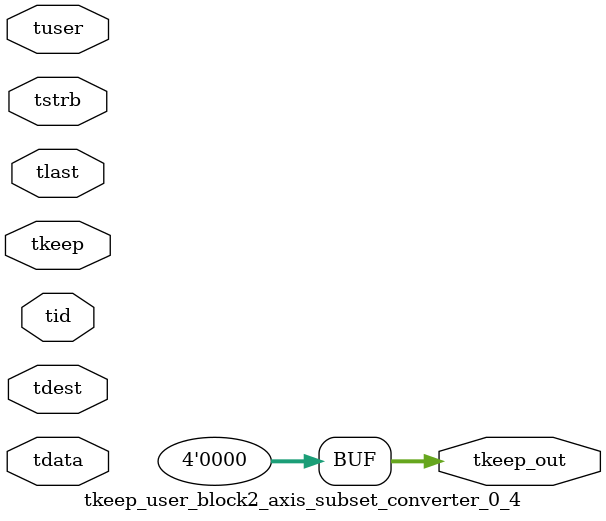
<source format=v>


`timescale 1ps/1ps

module tkeep_user_block2_axis_subset_converter_0_4 #
(
parameter C_S_AXIS_TDATA_WIDTH = 32,
parameter C_S_AXIS_TUSER_WIDTH = 0,
parameter C_S_AXIS_TID_WIDTH   = 0,
parameter C_S_AXIS_TDEST_WIDTH = 0,
parameter C_M_AXIS_TDATA_WIDTH = 32
)
(
input  [(C_S_AXIS_TDATA_WIDTH == 0 ? 1 : C_S_AXIS_TDATA_WIDTH)-1:0     ] tdata,
input  [(C_S_AXIS_TUSER_WIDTH == 0 ? 1 : C_S_AXIS_TUSER_WIDTH)-1:0     ] tuser,
input  [(C_S_AXIS_TID_WIDTH   == 0 ? 1 : C_S_AXIS_TID_WIDTH)-1:0       ] tid,
input  [(C_S_AXIS_TDEST_WIDTH == 0 ? 1 : C_S_AXIS_TDEST_WIDTH)-1:0     ] tdest,
input  [(C_S_AXIS_TDATA_WIDTH/8)-1:0 ] tkeep,
input  [(C_S_AXIS_TDATA_WIDTH/8)-1:0 ] tstrb,
input                                                                    tlast,
output [(C_M_AXIS_TDATA_WIDTH/8)-1:0 ] tkeep_out
);

assign tkeep_out = {1'b0};

endmodule


</source>
